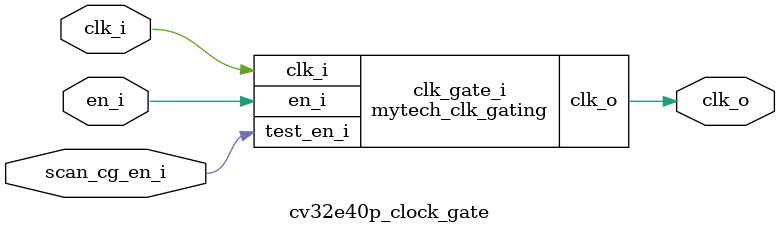
<source format=sv>

module mytech_clk_gating (
   input  logic clk_i,
   input  logic en_i,
   input  logic test_en_i,
   output logic clk_o
);


  /*
    add here your standard cell
  */


endmodule

module mytech_clk_inverter (
  input  logic clk_i,
  output logic clk_o
);

  /*
    add here your standard cell
  */

endmodule


module mytech_clk_mux2 (
  input  logic clk0_i,
  input  logic clk1_i,
  input  logic clk_sel_i,
  output logic clk_o
);

  /*
    add here your standard cell
  */

endmodule

module cluster_clock_inverter(
  input  logic clk_i,
  output logic clk_o
);

  mytech_clk_inverter clk_inv_i (
    .*
  );

endmodule

module pulp_clock_mux2 (
  input  logic clk0_i,
  input  logic clk1_i,
  input  logic clk_sel_i,
  output logic clk_o
);

  mytech_clk_mux2 clk_mux2_i (
    .*
  );

endmodule

module cv32e40p_clock_gate (
   input  logic clk_i,
   input  logic en_i,
   input  logic scan_cg_en_i,
   output logic clk_o
);

  mytech_clk_gating clk_gate_i (
    .clk_i,
    .en_i,
    .test_en_i(scan_cg_en_i),
    .clk_o
  );

endmodule
</source>
